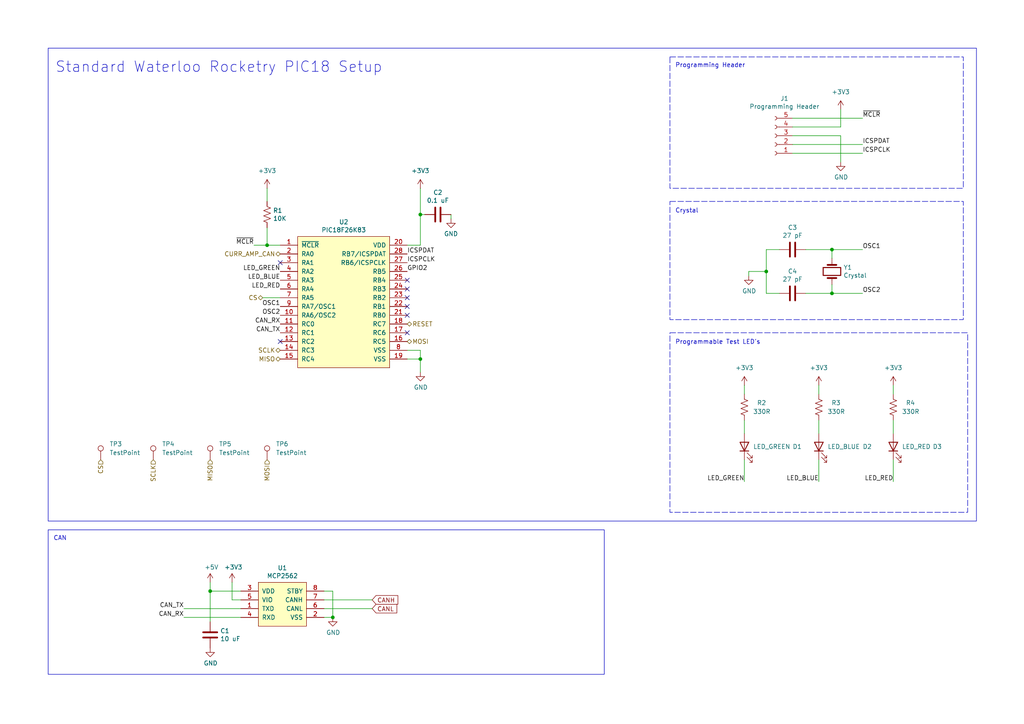
<source format=kicad_sch>
(kicad_sch (version 20250114) (generator "eeschema") (generator_version "9.0")
  (paper "A4")
  (lib_symbols
    (symbol "+5V_1" (power) (pin_numbers (hide yes)) (pin_names (offset 0) (hide yes))
      (property "Value" "+5V" (at 0 3.556 0))
      (symbol "+5V_1_0_1"
        (polyline (pts (xy -0.762 1.27) (xy 0 2.54)))
        (polyline (pts (xy 0 2.54) (xy 0.762 1.27)))
        (polyline (pts (xy 0 0) (xy 0 2.54)))
      )
      (symbol "+5V_1_1_1"
        (pin power_in line (at 0 0 90) (length 0) (name "~") (number "1"))
      )
    )
    (symbol "+5V_2" (power) (pin_numbers (hide yes)) (pin_names (offset 0) (hide yes))
      (property "Value" "+5V" (at 0 3.556 0))
      (symbol "+5V_2_0_1"
        (polyline (pts (xy -0.762 1.27) (xy 0 2.54)))
        (polyline (pts (xy 0 2.54) (xy 0.762 1.27)))
        (polyline (pts (xy 0 0) (xy 0 2.54)))
      )
      (symbol "+5V_2_1_1"
        (pin power_in line (at 0 0 90) (length 0) (name "~") (number "1"))
      )
    )
    (symbol "+5V_3" (power) (pin_numbers (hide yes)) (pin_names (offset 0) (hide yes))
      (property "Value" "+5V" (at 0 3.556 0))
      (symbol "+5V_3_0_1"
        (polyline (pts (xy -0.762 1.27) (xy 0 2.54)))
        (polyline (pts (xy 0 2.54) (xy 0.762 1.27)))
        (polyline (pts (xy 0 0) (xy 0 2.54)))
      )
      (symbol "+5V_3_1_1"
        (pin power_in line (at 0 0 90) (length 0) (name "~") (number "1"))
      )
    )
    (symbol "+5V_4" (power) (pin_numbers (hide yes)) (pin_names (offset 0) (hide yes))
      (property "Value" "+5V" (at 0 3.556 0))
      (symbol "+5V_4_0_1"
        (polyline (pts (xy -0.762 1.27) (xy 0 2.54)))
        (polyline (pts (xy 0 2.54) (xy 0.762 1.27)))
        (polyline (pts (xy 0 0) (xy 0 2.54)))
      )
      (symbol "+5V_4_1_1"
        (pin power_in line (at 0 0 90) (length 0) (name "~") (number "1"))
      )
    )
    (symbol "+5V_5" (power) (pin_numbers (hide yes)) (pin_names (offset 0) (hide yes))
      (property "Value" "+5V" (at 0 3.556 0))
      (symbol "+5V_5_0_1"
        (polyline (pts (xy -0.762 1.27) (xy 0 2.54)))
        (polyline (pts (xy 0 2.54) (xy 0.762 1.27)))
        (polyline (pts (xy 0 0) (xy 0 2.54)))
      )
      (symbol "+5V_5_1_1"
        (pin power_in line (at 0 0 90) (length 0) (name "~") (number "1"))
      )
    )
    (symbol "+5V_6" (power) (pin_numbers (hide yes)) (pin_names (offset 0) (hide yes))
      (property "Value" "+5V" (at 0 3.556 0))
      (symbol "+5V_6_0_1"
        (polyline (pts (xy -0.762 1.27) (xy 0 2.54)))
        (polyline (pts (xy 0 2.54) (xy 0.762 1.27)))
        (polyline (pts (xy 0 0) (xy 0 2.54)))
      )
      (symbol "+5V_6_1_1"
        (pin power_in line (at 0 0 90) (length 0) (name "~") (number "1"))
      )
    )
    (symbol "Connector:TestPoint" (pin_numbers (hide yes)) (pin_names (offset 0.762) (hide yes))
      (property "Reference" "TP" (at 0 6.858 0))
      (property "Value" "TestPoint" (at 0 5.08 0))
      (symbol "TestPoint_0_1"
        (circle (center 0 3.302) (radius 0.762))
      )
      (symbol "TestPoint_1_1"
        (pin passive line (at 0 0 90) (length 2.54) (name "1") (number "1"))
      )
    )
    (symbol "Device:C" (pin_numbers (hide yes)) (pin_names (offset 0.254))
      (property "Reference" "C" (at 0.635 2.54 0))
      (property "Value" "C" (at 0.635 -2.54 0))
      (symbol "C_0_1"
        (polyline (pts (xy -2.032 0.762) (xy 2.032 0.762)) (stroke (width 0.508)))
        (polyline (pts (xy -2.032 -0.762) (xy 2.032 -0.762)) (stroke (width 0.508)))
      )
      (symbol "C_1_1"
        (pin passive line (at 0 3.81 270) (length 2.794) (name "~") (number "1"))
        (pin passive line (at 0 -3.81 90) (length 2.794) (name "~") (number "2"))
      )
    )
    (symbol "Device:Crystal" (pin_numbers (hide yes)) (pin_names (offset 1.016) (hide yes))
      (property "Reference" "Y" (at 0 3.81 0))
      (property "Value" "Crystal" (at 0 -3.81 0))
      (symbol "Crystal_0_1"
        (polyline (pts (xy -2.54 0) (xy -1.905 0)))
        (polyline (pts (xy -1.905 -1.27) (xy -1.905 1.27)) (stroke (width 0.508)))
        (rectangle (start -1.143 2.54) (end 1.143 -2.54) (stroke (width 0.3048)))
        (polyline (pts (xy 1.905 -1.27) (xy 1.905 1.27)) (stroke (width 0.508)))
        (polyline (pts (xy 2.54 0) (xy 1.905 0)))
      )
      (symbol "Crystal_1_1"
        (pin passive line (at -3.81 0 0) (length 1.27) (name "1") (number "1"))
        (pin passive line (at 3.81 0 180) (length 1.27) (name "2") (number "2"))
      )
    )
    (symbol "Device:LED" (pin_numbers (hide yes)) (pin_names (offset 1.016) (hide yes))
      (property "Reference" "D" (at 0 2.54 0))
      (property "Value" "LED" (at 0 -2.54 0))
      (symbol "LED_0_1"
        (polyline (pts (xy -3.048 -0.762) (xy -4.572 -2.286) (xy -3.81 -2.286) (xy -4.572 -2.286) (xy -4.572 -1.524)))
        (polyline (pts (xy -1.778 -0.762) (xy -3.302 -2.286) (xy -2.54 -2.286) (xy -3.302 -2.286) (xy -3.302 -1.524)))
        (polyline (pts (xy -1.27 0) (xy 1.27 0)))
        (polyline (pts (xy -1.27 -1.27) (xy -1.27 1.27)) (stroke (width 0.254)))
        (polyline (pts (xy 1.27 -1.27) (xy 1.27 1.27) (xy -1.27 0) (xy 1.27 -1.27)) (stroke (width 0.254)))
      )
      (symbol "LED_1_1"
        (pin passive line (at -3.81 0 0) (length 2.54) (name "K") (number "1"))
        (pin passive line (at 3.81 0 180) (length 2.54) (name "A") (number "2"))
      )
    )
    (symbol "Device:R_US" (pin_numbers (hide yes)) (pin_names (offset 0))
      (property "Reference" "R" (at 2.54 0 90))
      (property "Value" "R_US" (at -2.54 0 90))
      (symbol "R_US_0_1"
        (polyline (pts (xy 0 2.286) (xy 0 2.54)))
        (polyline (pts (xy 0 2.286) (xy 1.016 1.905) (xy 0 1.524) (xy -1.016 1.143) (xy 0 0.762)))
        (polyline (pts (xy 0 0.762) (xy 1.016 0.381) (xy 0 0) (xy -1.016 -0.381) (xy 0 -0.762)))
        (polyline (pts (xy 0 -0.762) (xy 1.016 -1.143) (xy 0 -1.524) (xy -1.016 -1.905) (xy 0 -2.286)))
        (polyline (pts (xy 0 -2.286) (xy 0 -2.54)))
      )
      (symbol "R_US_1_1"
        (pin passive line (at 0 3.81 270) (length 1.27) (name "~") (number "1"))
        (pin passive line (at 0 -3.81 90) (length 1.27) (name "~") (number "2"))
      )
    )
    (symbol "actuator-rescue:Conn_01x05_Female-Connector" (pin_names (offset 1.016) (hide yes))
      (property "Reference" "J" (at 0 7.62 0))
      (property "Value" "Connector_Conn_01x05_Female" (at 0 -7.62 0))
      (symbol "Conn_01x05_Female-Connector_1_1"
        (polyline (pts (xy -1.27 5.08) (xy -0.508 5.08)) (stroke (width 0.1524)))
        (polyline (pts (xy -1.27 2.54) (xy -0.508 2.54)) (stroke (width 0.1524)))
        (polyline (pts (xy -1.27 0) (xy -0.508 0)) (stroke (width 0.1524)))
        (polyline (pts (xy -1.27 -2.54) (xy -0.508 -2.54)) (stroke (width 0.1524)))
        (polyline (pts (xy -1.27 -5.08) (xy -0.508 -5.08)) (stroke (width 0.1524)))
        (arc (start 0 4.572) (mid -0.5058 5.08) (end 0 5.588) (stroke (width 0.1524)))
        (arc (start 0 2.032) (mid -0.5058 2.54) (end 0 3.048) (stroke (width 0.1524)))
        (arc (start 0 -0.508) (mid -0.5058 0) (end 0 0.508) (stroke (width 0.1524)))
        (arc (start 0 -3.048) (mid -0.5058 -2.54) (end 0 -2.032) (stroke (width 0.1524)))
        (arc (start 0 -5.588) (mid -0.5058 -5.08) (end 0 -4.572) (stroke (width 0.1524)))
        (pin passive line (at -5.08 5.08 0) (length 3.81) (name "Pin_1") (number "1"))
        (pin passive line (at -5.08 2.54 0) (length 3.81) (name "Pin_2") (number "2"))
        (pin passive line (at -5.08 0 0) (length 3.81) (name "Pin_3") (number "3"))
        (pin passive line (at -5.08 -2.54 0) (length 3.81) (name "Pin_4") (number "4"))
        (pin passive line (at -5.08 -5.08 0) (length 3.81) (name "Pin_5") (number "5"))
      )
    )
    (symbol "canhw:MCP2562" (pin_names (offset 1.016))
      (property "Reference" "U" (at 5.08 3.81 0))
      (property "Value" "MCP2562" (at -3.81 3.81 0))
      (symbol "MCP2562_0_1"
        (rectangle (start -7.62 2.54) (end 6.35 -10.16) (fill (type background)))
      )
      (symbol "MCP2562_1_1"
        (pin power_in line (at -12.7 0 0) (length 5.08) (name "VDD") (number "3"))
        (pin bidirectional line (at -12.7 -2.54 0) (length 5.08) (name "VIO") (number "5"))
        (pin bidirectional line (at -12.7 -5.08 0) (length 5.08) (name "TXD") (number "1"))
        (pin bidirectional line (at -12.7 -7.62 0) (length 5.08) (name "RXD") (number "4"))
        (pin bidirectional line (at 11.43 0 180) (length 5.08) (name "STBY") (number "8"))
        (pin bidirectional line (at 11.43 -2.54 180) (length 5.08) (name "CANH") (number "7"))
        (pin bidirectional line (at 11.43 -5.08 180) (length 5.08) (name "CANL") (number "6"))
        (pin power_in line (at 11.43 -7.62 180) (length 5.08) (name "VSS") (number "2"))
      )
    )
    (symbol "canhw:PIC18F26K83" (pin_names (offset 1.016))
      (property "Reference" "U" (at 11.43 20.32 0))
      (property "Value" "PIC18F26K83" (at -7.62 20.32 0))
      (symbol "PIC18F26K83_0_1"
        (rectangle (start -13.97 19.05) (end 12.7 -19.05) (fill (type background)))
      )
      (symbol "PIC18F26K83_1_1"
        (pin input line (at -19.05 16.51 0) (length 5.08) (name "~{MCLR}") (number "1"))
        (pin bidirectional line (at -19.05 13.97 0) (length 5.08) (name "RA0") (number "2"))
        (pin bidirectional line (at -19.05 11.43 0) (length 5.08) (name "RA1") (number "3"))
        (pin bidirectional line (at -19.05 8.89 0) (length 5.08) (name "RA2") (number "4"))
        (pin bidirectional line (at -19.05 6.35 0) (length 5.08) (name "RA3") (number "5"))
        (pin bidirectional line (at -19.05 3.81 0) (length 5.08) (name "RA4") (number "6"))
        (pin bidirectional line (at -19.05 1.27 0) (length 5.08) (name "RA5") (number "7"))
        (pin bidirectional line (at -19.05 -1.27 0) (length 5.08) (name "RA7/OSC1") (number "9"))
        (pin bidirectional line (at -19.05 -3.81 0) (length 5.08) (name "RA6/OSC2") (number "10"))
        (pin bidirectional line (at -19.05 -6.35 0) (length 5.08) (name "RC0") (number "11"))
        (pin bidirectional line (at -19.05 -8.89 0) (length 5.08) (name "RC1") (number "12"))
        (pin bidirectional line (at -19.05 -11.43 0) (length 5.08) (name "RC2") (number "13"))
        (pin bidirectional line (at -19.05 -13.97 0) (length 5.08) (name "RC3") (number "14"))
        (pin bidirectional line (at -19.05 -16.51 0) (length 5.08) (name "RC4") (number "15"))
        (pin power_in line (at 17.78 16.51 180) (length 5.08) (name "VDD") (number "20"))
        (pin bidirectional line (at 17.78 13.97 180) (length 5.08) (name "RB7/ICSPDAT") (number "28"))
        (pin bidirectional line (at 17.78 11.43 180) (length 5.08) (name "RB6/ICSPCLK") (number "27"))
        (pin bidirectional line (at 17.78 8.89 180) (length 5.08) (name "RB5") (number "26"))
        (pin bidirectional line (at 17.78 6.35 180) (length 5.08) (name "RB4") (number "25"))
        (pin bidirectional line (at 17.78 3.81 180) (length 5.08) (name "RB3") (number "24"))
        (pin bidirectional line (at 17.78 1.27 180) (length 5.08) (name "RB2") (number "23"))
        (pin bidirectional line (at 17.78 -1.27 180) (length 5.08) (name "RB1") (number "22"))
        (pin bidirectional line (at 17.78 -3.81 180) (length 5.08) (name "RB0") (number "21"))
        (pin bidirectional line (at 17.78 -6.35 180) (length 5.08) (name "RC7") (number "18"))
        (pin bidirectional line (at 17.78 -8.89 180) (length 5.08) (name "RC6") (number "17"))
        (pin bidirectional line (at 17.78 -11.43 180) (length 5.08) (name "RC5") (number "16"))
        (pin power_in line (at 17.78 -13.97 180) (length 5.08) (name "VSS") (number "8"))
        (pin power_in line (at 17.78 -16.51 180) (length 5.08) (name "VSS") (number "19"))
      )
    )
    (symbol "power:+5V" (power) (pin_names (offset 0))
      (property "Value" "+5V" (at 0 3.556 0))
      (symbol "+5V_0_1"
        (polyline (pts (xy -0.762 1.27) (xy 0 2.54)))
        (polyline (pts (xy 0 2.54) (xy 0.762 1.27)))
        (polyline (pts (xy 0 0) (xy 0 2.54)))
      )
      (symbol "+5V_1_1"
        (pin power_in line (at 0 0 90) (length 0) (hide yes) (name "+5V") (number "1"))
      )
    )
    (symbol "power:GND" (power) (pin_names (offset 0))
      (property "Value" "GND" (at 0 -3.81 0))
      (symbol "GND_0_1"
        (polyline (pts (xy 0 0) (xy 0 -1.27) (xy 1.27 -1.27) (xy 0 -2.54) (xy -1.27 -1.27) (xy 0 -1.27)))
      )
      (symbol "GND_1_1"
        (pin power_in line (at 0 0 270) (length 0) (hide yes) (name "GND") (number "1"))
      )
    )
  )
  (rectangle (start 194.31 16.51) (end 279.4 54.61) (stroke (width 0) (type dash)))
  (rectangle (start 13.97 13.97) (end 283.21 151.13))
  (rectangle (start 13.97 153.67) (end 175.26 195.58))
  (rectangle (start 194.31 96.52) (end 280.67 148.59) (stroke (width 0) (type dash)))
  (rectangle (start 194.31 58.42) (end 279.4 92.71) (stroke (width 0) (type dash)))
  (text "CAN\n" (at 15.494 156.21 0) (effects (font (size 1.27 1.27)) (justify left)))
  (text "Crystal" (at 195.834 61.214 0) (effects (font (size 1.27 1.27)) (justify left)))
  (text "Programming Header" (at 195.834 19.05 0) (effects (font (size 1.27 1.27)) (justify left)))
  (text "Standard Waterloo Rocketry PIC18 Setup" (at 16.002 19.558 0) (effects (font (size 3.048 3.048)) (justify left)))
  (text "Programmable Test LED's" (at 195.834 99.314 0) (effects (font (size 1.27 1.27)) (justify left)))
  (junction (at 60.96 171.45))
  (junction (at 121.92 104.14))
  (junction (at 241.3 72.39))
  (junction (at 222.25 78.74))
  (junction (at 77.47 71.12))
  (junction (at 241.3 85.09))
  (junction (at 121.92 62.23))
  (junction (at 96.52 179.07))
  (no_connect (at 118.11 83.82))
  (no_connect (at 118.11 88.9))
  (no_connect (at 118.11 91.44))
  (no_connect (at 118.11 96.52))
  (no_connect (at 118.11 86.36))
  (no_connect (at 81.28 99.06))
  (no_connect (at 118.11 81.28))
  (no_connect (at 81.28 76.2))
  (wire (pts (xy 217.17 78.74) (xy 222.25 78.74)))
  (wire (pts (xy 237.49 114.3) (xy 237.49 111.76)))
  (wire (pts (xy 217.17 80.01) (xy 217.17 78.74)))
  (wire (pts (xy 259.08 133.35) (xy 259.08 139.7)))
  (wire (pts (xy 250.19 72.39) (xy 241.3 72.39)))
  (wire (pts (xy 222.25 72.39) (xy 222.25 78.74)))
  (wire (pts (xy 60.96 171.45) (xy 60.96 180.34)))
  (wire (pts (xy 229.87 39.37) (xy 243.84 39.37)))
  (wire (pts (xy 60.96 171.45) (xy 69.85 171.45)))
  (wire (pts (xy 222.25 85.09) (xy 226.06 85.09)))
  (wire (pts (xy 77.47 54.61) (xy 77.47 58.42)))
  (wire (pts (xy 93.98 171.45) (xy 96.52 171.45)))
  (wire (pts (xy 53.34 176.53) (xy 69.85 176.53)))
  (wire (pts (xy 93.98 179.07) (xy 96.52 179.07)))
  (wire (pts (xy 121.92 101.6) (xy 121.92 104.14)))
  (wire (pts (xy 241.3 72.39) (xy 241.3 74.93)))
  (wire (pts (xy 215.9 121.92) (xy 215.9 125.73)))
  (wire (pts (xy 67.31 173.99) (xy 69.85 173.99)))
  (wire (pts (xy 229.87 36.83) (xy 243.84 36.83)))
  (wire (pts (xy 241.3 85.09) (xy 241.3 82.55)))
  (wire (pts (xy 215.9 133.35) (xy 215.9 139.7)))
  (wire (pts (xy 53.34 179.07) (xy 69.85 179.07)))
  (wire (pts (xy 96.52 171.45) (xy 96.52 179.07)))
  (wire (pts (xy 215.9 114.3) (xy 215.9 111.76)))
  (wire (pts (xy 93.98 173.99) (xy 107.95 173.99)))
  (wire (pts (xy 229.87 34.29) (xy 250.19 34.29)))
  (wire (pts (xy 123.19 62.23) (xy 121.92 62.23)))
  (wire (pts (xy 233.68 85.09) (xy 241.3 85.09)))
  (wire (pts (xy 118.11 104.14) (xy 121.92 104.14)))
  (wire (pts (xy 243.84 39.37) (xy 243.84 46.99)))
  (wire (pts (xy 226.06 72.39) (xy 222.25 72.39)))
  (wire (pts (xy 237.49 133.35) (xy 237.49 139.7)))
  (wire (pts (xy 77.47 66.04) (xy 77.47 71.12)))
  (wire (pts (xy 67.31 168.91) (xy 67.31 173.99)))
  (wire (pts (xy 76.2 86.36) (xy 81.28 86.36)))
  (wire (pts (xy 250.19 41.91) (xy 229.87 41.91)))
  (wire (pts (xy 233.68 72.39) (xy 241.3 72.39)))
  (wire (pts (xy 243.84 36.83) (xy 243.84 31.75)))
  (wire (pts (xy 130.81 62.23) (xy 130.81 63.5)))
  (wire (pts (xy 237.49 121.92) (xy 237.49 125.73)))
  (wire (pts (xy 121.92 54.61) (xy 121.92 62.23)))
  (wire (pts (xy 229.87 44.45) (xy 250.19 44.45)))
  (wire (pts (xy 73.66 71.12) (xy 77.47 71.12)))
  (wire (pts (xy 77.47 71.12) (xy 81.28 71.12)))
  (wire (pts (xy 222.25 78.74) (xy 222.25 85.09)))
  (wire (pts (xy 259.08 111.76) (xy 259.08 114.3)))
  (wire (pts (xy 121.92 104.14) (xy 121.92 107.95)))
  (wire (pts (xy 250.19 85.09) (xy 241.3 85.09)))
  (wire (pts (xy 118.11 71.12) (xy 121.92 71.12)))
  (wire (pts (xy 60.96 168.91) (xy 60.96 171.45)))
  (wire (pts (xy 118.11 101.6) (xy 121.92 101.6)))
  (wire (pts (xy 259.08 121.92) (xy 259.08 125.73)))
  (wire (pts (xy 121.92 62.23) (xy 121.92 71.12)))
  (wire (pts (xy 93.98 176.53) (xy 107.95 176.53)))
  (label "OSC2" (at 250.19 85.09 0))
  (label "~{MCLR}" (at 250.19 34.29 0))
  (label "CAN_TX" (at 81.28 96.52 180))
  (label "OSC2" (at 81.28 91.44 180))
  (label "LED_GREEN" (at 81.28 78.74 180))
  (label "LED_RED" (at 81.28 83.82 180))
  (label "OSC1" (at 250.19 72.39 0))
  (label "GPIO2" (at 118.11 78.74 0))
  (label "ICSPDAT" (at 250.19 41.91 0))
  (label "ICSPCLK" (at 118.11 76.2 0))
  (label "OSC1" (at 81.28 88.9 180))
  (label "ICSPCLK" (at 250.19 44.45 0))
  (label "~{MCLR}" (at 73.66 71.12 180))
  (label "CAN_RX" (at 81.28 93.98 180))
  (label "CAN_RX" (at 53.34 179.07 180))
  (label "LED_BLUE" (at 237.49 139.7 180))
  (label "LED_GREEN" (at 215.9 139.7 180))
  (label "CAN_TX" (at 53.34 176.53 180))
  (label "LED_RED" (at 259.08 139.7 180))
  (label "ICSPDAT" (at 118.11 73.66 0))
  (label "LED_BLUE" (at 81.28 81.28 180))
  (global_label "CANH" (shape input) (at 107.95 173.99 0) (property "Intersheetrefs" "${INTERSHEET_REFS}" (effects (hide yes))))
  (global_label "CANL" (shape input) (at 107.95 176.53 0) (property "Intersheetrefs" "${INTERSHEET_REFS}" (effects (hide yes))))
  (hierarchical_label "SCLK" (shape bidirectional) (at 81.28 101.6 180))
  (hierarchical_label "CURR_AMP_CAN" (shape bidirectional) (at 81.28 73.66 180))
  (hierarchical_label "MISO" (shape input) (at 60.96 133.35 270))
  (hierarchical_label "SCLK" (shape input) (at 44.45 133.35 270))
  (hierarchical_label "CS" (shape bidirectional) (at 76.2 86.36 180))
  (hierarchical_label "MOSI" (shape input) (at 77.47 133.35 270))
  (hierarchical_label "RESET" (shape bidirectional) (at 118.11 93.98 0))
  (hierarchical_label "CS" (shape input) (at 29.21 133.35 270))
  (hierarchical_label "MOSI" (shape bidirectional) (at 118.11 99.06 0))
  (hierarchical_label "MISO" (shape bidirectional) (at 81.28 104.14 180))
  (symbol (lib_id "Connector:TestPoint") (at 44.45 133.35 0) (unit 1)
    (property "Reference" "TP4" (at 46.99 128.7779 0) (effects (justify left)))
    (property "Value" "TestPoint" (at 46.99 131.3179 0) (effects (justify left)))
    (property "Footprint" "TestPoint:TestPoint_Pad_D3.0mm" (effects (hide yes)))
    (property "Description" "test point" (effects (hide yes)))
  )
  (symbol (lib_id "Device:R_US") (at 215.9 118.11 180) (unit 1)
    (property "Reference" "R2" (at 222.25 116.84 0) (effects (justify left)))
    (property "Value" "330R" (at 223.52 119.38 0) (effects (justify left)))
    (property "Footprint" "Resistor_SMD:R_0805_2012Metric_Pad1.20x1.40mm_HandSolder" (effects (hide yes)))
  )
  (symbol (lib_id "Device:R_US") (at 237.49 118.11 180) (unit 1)
    (property "Reference" "R3" (at 243.84 116.84 0) (effects (justify left)))
    (property "Value" "330R" (at 245.11 119.38 0) (effects (justify left)))
    (property "Footprint" "Resistor_SMD:R_0805_2012Metric_Pad1.20x1.40mm_HandSolder" (effects (hide yes)))
  )
  (symbol (lib_id "Connector:TestPoint") (at 29.21 133.35 0) (unit 1)
    (property "Reference" "TP3" (at 31.75 128.7779 0) (effects (justify left)))
    (property "Value" "TestPoint" (at 31.75 131.3179 0) (effects (justify left)))
    (property "Footprint" "TestPoint:TestPoint_Pad_D3.0mm" (effects (hide yes)))
    (property "Description" "test point" (effects (hide yes)))
  )
  (symbol (lib_id "Device:R_US") (at 77.47 62.23 0) (unit 1)
    (property "Reference" "R1" (at 79.1972 61.0616 0) (effects (justify left)))
    (property "Value" "10K" (at 79.1972 63.373 0) (effects (justify left)))
    (property "Footprint" "Resistor_SMD:R_0805_2012Metric_Pad1.20x1.40mm_HandSolder" (effects (hide yes)))
  )
  (symbol (lib_id "Device:LED") (at 259.08 129.54 90) (unit 1)
    (property "Reference" "D3" (at 270.51 129.54 90) (effects (justify right)))
    (property "Value" "LED_RED" (at 261.62 129.54 90) (effects (justify right)))
    (property "Footprint" "LED_SMD:LED_1206_3216Metric_Pad1.42x1.75mm_HandSolder" (effects (hide yes)))
  )
  (symbol (lib_id "Device:C") (at 60.96 184.15 0) (unit 1)
    (property "Reference" "C1" (at 63.881 182.9816 0) (effects (justify left)))
    (property "Value" "10 uF" (at 63.881 185.293 0) (effects (justify left)))
    (property "Footprint" "Capacitor_SMD:C_0805_2012Metric_Pad1.18x1.45mm_HandSolder" (effects (hide yes)))
  )
  (symbol (lib_name "+5V_4") (lib_id "power:+5V") (at 237.49 111.76 0) (unit 1)
    (property "Reference" "#PWR010" (effects (hide yes)))
    (property "Value" "+3V3" (at 237.49 106.68 0))
    (property "Description" "Power symbol creates a global label with name \"+5V\"" (effects (hide yes)))
  )
  (symbol (lib_id "power:GND") (at 60.96 187.96 0) (unit 1)
    (property "Reference" "#PWR02" (effects (hide yes)))
    (property "Value" "GND" (at 61.087 192.3542 0))
  )
  (symbol (lib_id "canhw:MCP2562") (at 82.55 171.45 0) (unit 1)
    (property "Reference" "U1" (at 81.915 164.719 0))
    (property "Value" "MCP2562" (at 81.915 167.0304 0))
    (property "Footprint" "Package_SO:SOIC-8_3.9x4.9mm_P1.27mm" (effects (hide yes)))
    (property "Datasheet" "http://hades.mech.northwestern.edu/images/5/5e/MCP2562.pdf" (effects (hide yes)))
  )
  (symbol (lib_name "+5V_6") (lib_id "power:+5V") (at 243.84 31.75 0) (unit 1)
    (property "Reference" "#PWR011" (effects (hide yes)))
    (property "Value" "+3V3" (at 243.84 26.67 0))
    (property "Description" "Power symbol creates a global label with name \"+5V\"" (effects (hide yes)))
  )
  (symbol (lib_id "power:GND") (at 130.81 63.5 0) (unit 1)
    (property "Reference" "#PWR07" (effects (hide yes)))
    (property "Value" "GND" (at 130.81 67.818 0))
  )
  (symbol (lib_id "Device:C") (at 127 62.23 270) (unit 1)
    (property "Reference" "C2" (at 127 55.8292 90))
    (property "Value" "0.1 uF" (at 127 58.1406 90))
    (property "Footprint" "Capacitor_SMD:C_0805_2012Metric_Pad1.18x1.45mm_HandSolder" (effects (hide yes)))
  )
  (symbol (lib_id "power:+5V") (at 60.96 168.91 0) (unit 1)
    (property "Reference" "#PWR01" (effects (hide yes)))
    (property "Value" "+5V" (at 61.341 164.5158 0))
  )
  (symbol (lib_name "+5V_5") (lib_id "power:+5V") (at 259.08 111.76 0) (unit 1)
    (property "Reference" "#PWR013" (effects (hide yes)))
    (property "Value" "+3V3" (at 259.08 106.68 0))
    (property "Description" "Power symbol creates a global label with name \"+5V\"" (effects (hide yes)))
  )
  (symbol (lib_id "Connector:TestPoint") (at 60.96 133.35 0) (unit 1)
    (property "Reference" "TP5" (at 63.5 128.7779 0) (effects (justify left)))
    (property "Value" "TestPoint" (at 63.5 131.3179 0) (effects (justify left)))
    (property "Footprint" "TestPoint:TestPoint_Pad_D3.0mm" (effects (hide yes)))
    (property "Description" "test point" (effects (hide yes)))
  )
  (symbol (lib_name "+5V_3") (lib_id "power:+5V") (at 215.9 111.76 0) (unit 1)
    (property "Reference" "#PWR08" (effects (hide yes)))
    (property "Value" "+3V3" (at 215.9 106.68 0))
    (property "Description" "Power symbol creates a global label with name \"+5V\"" (effects (hide yes)))
  )
  (symbol (lib_id "Device:C") (at 229.87 85.09 270) (unit 1)
    (property "Reference" "C4" (at 229.87 78.6892 90))
    (property "Value" "27 pF" (at 229.87 81.0006 90))
    (property "Footprint" "Capacitor_SMD:C_0805_2012Metric_Pad1.18x1.45mm_HandSolder" (effects (hide yes)))
  )
  (symbol (lib_id "power:GND") (at 243.84 46.99 0) (unit 1)
    (property "Reference" "#PWR012" (effects (hide yes)))
    (property "Value" "GND" (at 243.967 51.3842 0))
  )
  (symbol (lib_id "Connector:TestPoint") (at 77.47 133.35 0) (unit 1)
    (property "Reference" "TP6" (at 80.01 128.7779 0) (effects (justify left)))
    (property "Value" "TestPoint" (at 80.01 131.3179 0) (effects (justify left)))
    (property "Footprint" "TestPoint:TestPoint_Pad_D3.0mm" (effects (hide yes)))
    (property "Description" "test point" (effects (hide yes)))
  )
  (symbol (lib_id "power:GND") (at 121.92 107.95 0) (unit 1)
    (property "Reference" "#PWR06" (effects (hide yes)))
    (property "Value" "GND" (at 122.047 112.3442 0))
  )
  (symbol (lib_id "actuator-rescue:Conn_01x05_Female-Connector") (at 224.79 39.37 180) (unit 1)
    (property "Reference" "J1" (at 227.5332 28.575 0))
    (property "Value" "Programming Header" (at 227.5332 30.8864 0))
    (property "Footprint" "canhw_footprints:PinSocket_5x2.54_SMD_90deg_952-3198-1-ND" (effects (hide yes)))
  )
  (symbol (lib_name "+5V_2") (lib_id "power:+5V") (at 121.92 54.61 0) (unit 1)
    (property "Reference" "#PWR05" (effects (hide yes)))
    (property "Value" "+3V3" (at 121.92 49.53 0))
    (property "Description" "Power symbol creates a global label with name \"+5V\"" (effects (hide yes)))
  )
  (symbol (lib_id "Device:Crystal") (at 241.3 78.74 270) (unit 1)
    (property "Reference" "Y1" (at 244.6274 77.5716 90) (effects (justify left)))
    (property "Value" "Crystal" (at 244.6274 79.883 90) (effects (justify left)))
    (property "Footprint" "Crystal:Resonator-2Pin_W10.0mm_H5.0mm" (effects (hide yes)))
  )
  (symbol (lib_name "+5V_1") (lib_id "power:+5V") (at 77.47 54.61 0) (unit 1)
    (property "Reference" "#PWR03" (effects (hide yes)))
    (property "Value" "+3V3" (at 77.47 49.53 0))
    (property "Description" "Power symbol creates a global label with name \"+5V\"" (effects (hide yes)))
  )
  (symbol (lib_id "Device:LED") (at 237.49 129.54 90) (unit 1)
    (property "Reference" "D2" (at 250.19 129.54 90) (effects (justify right)))
    (property "Value" "LED_BLUE" (at 240.03 129.54 90) (effects (justify right)))
    (property "Footprint" "LED_SMD:LED_1206_3216Metric_Pad1.42x1.75mm_HandSolder" (effects (hide yes)))
  )
  (symbol (lib_id "Device:R_US") (at 259.08 118.11 180) (unit 1)
    (property "Reference" "R4" (at 265.43 116.84 0) (effects (justify left)))
    (property "Value" "330R" (at 266.7 119.38 0) (effects (justify left)))
    (property "Footprint" "Resistor_SMD:R_0805_2012Metric_Pad1.20x1.40mm_HandSolder" (effects (hide yes)))
  )
  (symbol (lib_id "canhw:PIC18F26K83") (at 100.33 87.63 0) (unit 1)
    (property "Reference" "U2" (at 99.695 64.389 0))
    (property "Value" "PIC18F26K83" (at 99.695 66.7004 0))
    (property "Footprint" "Package_SO:SOIC-28W_7.5x17.9mm_P1.27mm" (effects (hide yes)))
    (property "Datasheet" "http://ww1.microchip.com/downloads/en/DeviceDoc/40001943A.pdf" (effects (hide yes)))
  )
  (symbol (lib_id "Device:LED") (at 215.9 129.54 90) (unit 1)
    (property "Reference" "D1" (at 229.87 129.54 90) (effects (justify right)))
    (property "Value" "LED_GREEN" (at 218.44 129.54 90) (effects (justify right)))
    (property "Footprint" "LED_SMD:LED_1206_3216Metric_Pad1.42x1.75mm_HandSolder" (effects (hide yes)))
  )
  (symbol (lib_id "Device:C") (at 229.87 72.39 270) (unit 1)
    (property "Reference" "C3" (at 229.87 65.9892 90))
    (property "Value" "27 pF" (at 229.87 68.3006 90))
    (property "Footprint" "Capacitor_SMD:C_0805_2012Metric_Pad1.18x1.45mm_HandSolder" (effects (hide yes)))
  )
  (symbol (lib_id "power:GND") (at 217.17 80.01 0) (unit 1)
    (property "Reference" "#PWR09" (effects (hide yes)))
    (property "Value" "GND" (at 217.297 84.4042 0))
  )
  (symbol (lib_id "power:+5V") (at 67.31 168.91 0) (unit 1)
    (property "Reference" "#PWR020" (effects (hide yes)))
    (property "Value" "+3V3" (at 67.691 164.5158 0))
  )
  (symbol (lib_id "power:GND") (at 96.52 179.07 0) (unit 1)
    (property "Reference" "#PWR04" (effects (hide yes)))
    (property "Value" "GND" (at 96.647 183.4642 0))
  )
)
</source>
